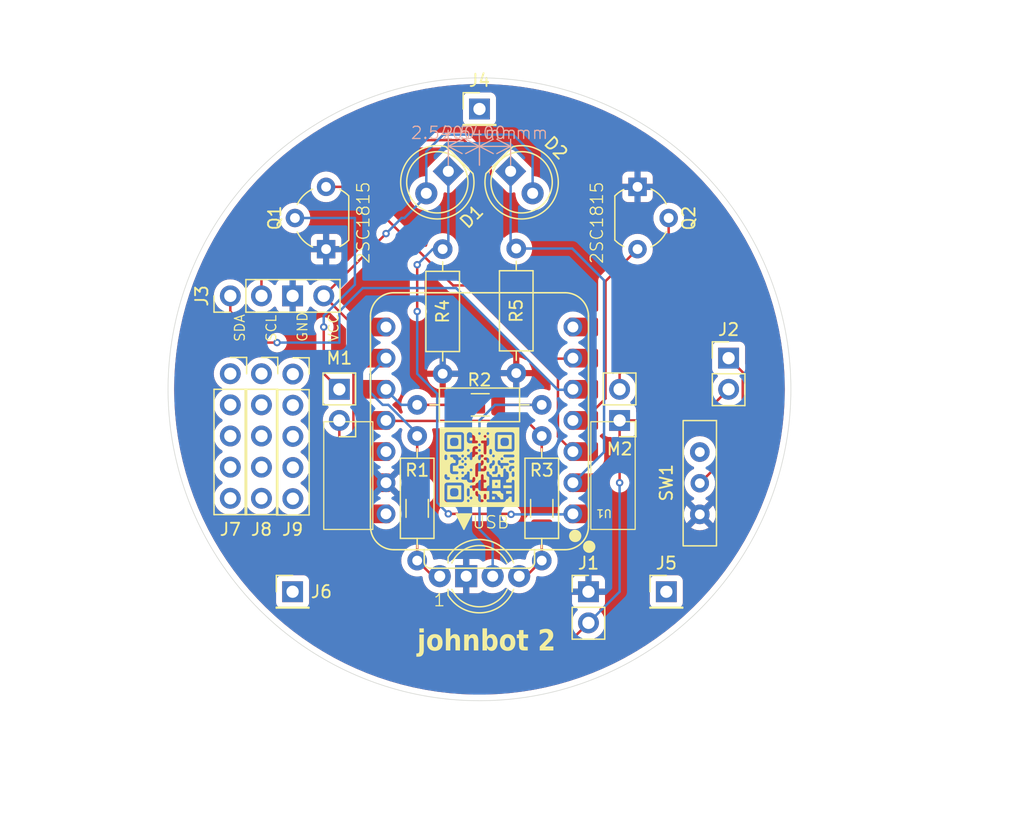
<source format=kicad_pcb>
(kicad_pcb (version 20240108) (generator "pcbnew") (generator_version "8.0")
  (layers (0 "F.Cu" signal) (31 "B.Cu" signal) (34 "B.Paste" user) (35 "F.Paste" user) (36 "B.SilkS" user "B.Silkscreen") (37 "F.SilkS" user "F.Silkscreen") (38 "B.Mask" user) (39 "F.Mask" user) (44 "Edge.Cuts" user))
  (net 0 "")
  (net 1 "Net-(Q1-B)")
  (net 2 "Net-(M1--)")
  (net 3 "GND")
  (net 4 "Net-(Q2-B)")
  (net 5 "Net-(M2--)")
  (net 6 "Net-(D2-K)")
  (net 7 "Net-(J2-Pin_1)")
  (net 9 "Net-(D1-A)")
  (net 10 "Net-(D1-K)")
  (net 11 "Net-(D4-RA)")
  (net 12 "Net-(D4-GA)")
  (net 13 "Net-(D4-BA)")
  (net 14 "+3.3V")
  (net 17 "Net-(J3-Pin_2)")
  (net 18 "Net-(J3-Pin_1)")
  (net 28 "Net-(U1-GPIO20{slash}D9{slash}MISO)")
  (net 29 "Net-(U1-GPIO19{slash}D8{slash}SCK)")
  (net 41 "Net-(U1-GPIO18{slash}D10{slash}MOSI)")
  (footprint "Connector_PinHeader_2.54mm:PinHeader_1x04_P2.54mm_Vertical" (layer "F.Cu") (at 124.2695 96.48 90)
    (property "Reference" "J3" (at 0 -2.33 -90) (layer "F.SilkS"))
    (property "Value" "Conn_01x04_Pin" (hide yes))
    (pad "1" thru_hole circle (at 0 0 90) (size 1.7 1.7) (drill 1) (layers "*.Cu" "*.Mask") (net 18 "Net-(J3-Pin_1)"))
    (pad "2" thru_hole oval (at 0 2.54 90) (size 1.7 1.7) (drill 1) (layers "*.Cu" "*.Mask") (net 17 "Net-(J3-Pin_2)"))
    (pad "3" thru_hole rect (at 0 5.08 90) (size 1.7 1.7) (drill 1) (layers "*.Cu" "*.Mask") (net 3 "GND"))
    (pad "4" thru_hole oval (at 0 7.62 90) (size 1.7 1.7) (drill 1) (layers "*.Cu" "*.Mask") (net 9 "Net-(D1-A)"))
  )
  (footprint "Connector_PinHeader_2.54mm:PinHeader_1x01_P2.54mm_Vertical" (layer "F.Cu") (at 144.5895 81.24)
    (property "Reference" "J4" (at 0 -2.33 0) (layer "F.SilkS"))
    (property "Value" "Conn_01x01_Pin" (hide yes))
    (pad "1" thru_hole rect (at 0 0) (size 1.7 1.7) (drill 1) (layers "*.Cu" "*.Mask"))
  )
  (footprint "LED_THT:LED_D5.0mm-4_RGB_Wide_Pins" (layer "F.Cu") (at 141.3495 119.34)
    (property "Reference" "D4" (hide yes))
    (property "Value" "LED_RGBK" (hide yes))
    (pad "1" thru_hole circle (at 0 0) (size 1.8 1.8) (drill 0.9) (layers "*.Cu" "*.Mask") (net 11 "Net-(D4-RA)"))
    (pad "2" thru_hole circle (at 6.477 0) (size 1.8 1.8) (drill 0.9) (layers "*.Cu" "*.Mask") (net 12 "Net-(D4-GA)"))
    (pad "3" thru_hole circle (at 4.318 0) (size 1.8 1.8) (drill 0.9) (layers "*.Cu" "*.Mask") (net 13 "Net-(D4-BA)"))
    (pad "4" thru_hole rect (at 2.159 0) (size 1.8 1.8) (drill 0.9) (layers "*.Cu" "*.Mask") (net 3 "GND"))
  )
  (footprint "Connector_PinSocket_2.54mm:PinSocket_1x05_P2.54mm_Vertical" (layer "F.Cu") (at 124.2695 102.83)
    (property "Reference" "J8" (at 2.54 12.7 0) (layer "F.SilkS"))
    (property "Value" "Conn_01x05_Pin")
    (pad "1" thru_hole circle (at 0 0) (size 1.7 1.7) (drill 1) (layers "*.Cu" "*.Mask"))
    (pad "2" thru_hole oval (at 0 2.54) (size 1.7 1.7) (drill 1) (layers "*.Cu" "*.Mask"))
    (pad "3" thru_hole oval (at 0 5.08) (size 1.7 1.7) (drill 1) (layers "*.Cu" "*.Mask"))
    (pad "4" thru_hole oval (at 0 7.62) (size 1.7 1.7) (drill 1) (layers "*.Cu" "*.Mask"))
    (pad "5" thru_hole oval (at 0 10.16) (size 1.7 1.7) (drill 1) (layers "*.Cu" "*.Mask"))
  )
  (footprint "Seeed Studio XIAO Series Library:XIAO-ESP32C6-DIP" (layer "F.Cu") (at 144.5445 106.64 180)
    (property "Reference" "U1" (at -10.205 -7.58 180) (layer "F.SilkS") (effects (font (size 0.635 0.635) (thickness 0.1016))))
    (property "Value" "XIAO-ESP32-C6")
    (pad "1" smd roundrect (at -8.5 -7.62) (size 2.432 1.524) (layers "F.Cu" "F.Mask") (roundrect_rratio 0.1) (net 10 "Net-(D1-K)"))
    (pad "1" thru_hole circle (at -7.665 -7.62) (size 1.524 1.524) (drill 0.889) (layers "*.Cu" "*.Mask") (net 10 "Net-(D1-K)"))
    (pad "2" smd roundrect (at -8.5 -5.08) (size 2.432 1.524) (layers "F.Cu" "F.Mask") (roundrect_rratio 0.1) (net 6 "Net-(D2-K)"))
    (pad "2" thru_hole circle (at -7.665 -5.08) (size 1.524 1.524) (drill 0.889) (layers "*.Cu" "*.Mask") (net 6 "Net-(D2-K)"))
    (pad "3" smd roundrect (at -8.5 -2.54) (size 2.432 1.524) (layers "F.Cu" "F.Mask") (roundrect_rratio 0.1) (net 1 "Net-(Q1-B)"))
    (pad "3" thru_hole circle (at -7.665 -2.54) (size 1.524 1.524) (drill 0.889) (layers "*.Cu" "*.Mask") (net 1 "Net-(Q1-B)"))
    (pad "4" smd roundrect (at -8.5 0) (size 2.432 1.524) (layers "F.Cu" "F.Mask") (roundrect_rratio 0.1) (net 4 "Net-(Q2-B)"))
    (pad "4" thru_hole circle (at -7.665 0) (size 1.524 1.524) (drill 0.889) (layers "*.Cu" "*.Mask") (net 4 "Net-(Q2-B)"))
    (pad "5" smd roundrect (at -8.5 2.54) (size 2.432 1.524) (layers "F.Cu" "F.Mask") (roundrect_rratio 0.1) (net 18 "Net-(J3-Pin_1)"))
    (pad "5" thru_hole circle (at -7.665 2.54) (size 1.524 1.524) (drill 0.889) (layers "*.Cu" "*.Mask") (net 18 "Net-(J3-Pin_1)"))
    (pad "6" smd roundrect (at -8.5 5.08) (size 2.432 1.524) (layers "F.Cu" "F.Mask") (roundrect_rratio 0.1) (net 17 "Net-(J3-Pin_2)"))
    (pad "6" thru_hole circle (at -7.665 5.08) (size 1.524 1.524) (drill 0.889) (layers "*.Cu" "*.Mask") (net 17 "Net-(J3-Pin_2)"))
    (pad "7" smd roundrect (at -8.5 7.62) (size 2.432 1.524) (layers "F.Cu" "F.Mask") (roundrect_rratio 0.1))
    (pad "7" thru_hole circle (at -7.665 7.62) (size 1.524 1.524) (drill 0.889) (layers "*.Cu" "*.Mask"))
    (pad "8" thru_hole circle (at 7.575 7.62 180) (size 1.524 1.524) (drill 0.889) (layers "*.Cu" "*.Mask"))
    (pad "8" smd roundrect (at 8.41 7.62 180) (size 2.432 1.524) (layers "F.Cu" "F.Mask") (roundrect_rratio 0.1))
    (pad "9" thru_hole circle (at 7.575 5.08 180) (size 1.524 1.524) (drill 0.889) (layers "*.Cu" "*.Mask") (net 29 "Net-(U1-GPIO19{slash}D8{slash}SCK)"))
    (pad "9" smd roundrect (at 8.41 5.08 180) (size 2.432 1.524) (layers "F.Cu" "F.Mask") (roundrect_rratio 0.1) (net 29 "Net-(U1-GPIO19{slash}D8{slash}SCK)"))
    (pad "10" thru_hole circle (at 7.575 2.54 180) (size 1.524 1.524) (drill 0.889) (layers "*.Cu" "*.Mask") (net 28 "Net-(U1-GPIO20{slash}D9{slash}MISO)"))
    (pad "10" smd roundrect (at 8.41 2.54 180) (size 2.432 1.524) (layers "F.Cu" "F.Mask") (roundrect_rratio 0.1) (net 28 "Net-(U1-GPIO20{slash}D9{slash}MISO)"))
    (pad "11" thru_hole circle (at 7.575 0 180) (size 1.524 1.524) (drill 0.889) (layers "*.Cu" "*.Mask") (net 41 "Net-(U1-GPIO18{slash}D10{slash}MOSI)"))
    (pad "11" smd roundrect (at 8.41 0 180) (size 2.432 1.524) (layers "F.Cu" "F.Mask") (roundrect_rratio 0.1) (net 41 "Net-(U1-GPIO18{slash}D10{slash}MOSI)"))
    (pad "12" thru_hole circle (at 7.575 -2.54 180) (size 1.524 1.524) (drill 0.889) (layers "*.Cu" "*.Mask") (net 9 "Net-(D1-A)"))
    (pad "12" smd roundrect (at 8.41 -2.54 180) (size 2.432 1.524) (layers "F.Cu" "F.Mask") (roundrect_rratio 0.1) (net 9 "Net-(D1-A)"))
    (pad "13" thru_hole circle (at 7.575 -5.08 180) (size 1.524 1.524) (drill 0.889) (layers "*.Cu" "*.Mask") (net 3 "GND"))
    (pad "13" smd roundrect (at 8.41 -5.08 180) (size 2.432 1.524) (layers "F.Cu" "F.Mask") (roundrect_rratio 0.1) (net 3 "GND"))
    (pad "14" thru_hole circle (at 7.575 -7.62 180) (size 1.524 1.524) (drill 0.889) (layers "*.Cu" "*.Mask"))
    (pad "14" smd roundrect (at 8.41 -7.62 180) (size 2.432 1.524) (layers "F.Cu" "F.Mask") (roundrect_rratio 0.1))
  )
  (footprint "Connector_PinHeader_2.54mm:PinHeader_1x01_P2.54mm_Vertical" (layer "F.Cu") (at 129.3495 120.61)
    (property "Reference" "J6" (at 2.3495 0 0) (layer "F.SilkS"))
    (property "Value" "Conn_01x01_Pin" (hide yes))
    (pad "1" thru_hole rect (at 0 0) (size 1.7 1.7) (drill 1) (layers "*.Cu" "*.Mask"))
  )
  (footprint "QR_silk:QR" (layer "F.Cu") (at 144.5895 110.45)
    (property "Reference" "G***" (hide yes))
    (property "Value" "LOGO" (hide yes))
  )
  (footprint "Button_Switch_THT:SW_Slide-03_Wuerth-WS-SLTV_10x2.5x6.4_P2.54mm" (layer "F.Cu") (at 162.56 111.76 -90)
    (property "Reference" "SW1" (at -0.04 2.7305 90) (layer "F.SilkS"))
    (property "Value" "SW_Wuerth_450301014042" (hide yes))
    (pad "1" thru_hole circle (at 0 0 270) (size 1.5 1.5) (drill 0.8) (layers "*.Cu" "*.Mask") (net 7 "Net-(J2-Pin_1)"))
    (pad "2" thru_hole circle (at -2.54 0 270) (size 1.6 1.6) (drill 0.8) (layers "*.Cu" "*.Mask"))
    (pad "3" thru_hole circle (at 2.54 0 270) (size 1.6 1.6) (drill 0.8) (layers "*.Cu" "*.Mask") (net 3 "GND"))
  )
  (footprint "Package_TO_SOT_THT:TO-92_Wide" (layer "F.Cu") (at 157.48 87.59 -90)
    (property "Reference" "Q2" (at 2.55 -4.19 90) (layer "F.SilkS"))
    (property "Value" "2SC1815" (hide yes))
    (pad "1" thru_hole rect (at 0 0 270) (size 1.5 1.5) (drill 0.8) (layers "*.Cu" "*.Mask") (net 3 "GND"))
    (pad "2" thru_hole circle (at 2.54 -2.54 270) (size 1.5 1.5) (drill 0.8) (layers "*.Cu" "*.Mask") (net 5 "Net-(M2--)"))
    (pad "3" thru_hole circle (at 5.08 0 270) (size 1.5 1.5) (drill 0.8) (layers "*.Cu" "*.Mask") (net 4 "Net-(Q2-B)"))
  )
  (footprint "Connector_PinHeader_2.54mm:PinHeader_1x02_P2.54mm_Vertical" (layer "F.Cu") (at 156.0195 106.64 180)
    (property "Reference" "M2" (at 0 -2.33 180) (layer "F.SilkS"))
    (property "Value" "Motor_DC" (hide yes))
    (pad "1" thru_hole rect (at 0 0 180) (size 1.7 1.7) (drill 1) (layers "*.Cu" "*.Mask") (net 14 "+3.3V"))
    (pad "2" thru_hole oval (at 0 2.54 180) (size 1.7 1.7) (drill 1) (layers "*.Cu" "*.Mask") (net 5 "Net-(M2--)"))
  )
  (footprint "LED_THT:LED_D5.0mm" (layer "F.Cu") (at 142.0495 86.32 -135)
    (property "Reference" "D1" (at 1.27 -3.96 -135) (layer "F.SilkS"))
    (property "Value" "D_Photo_Filled" (hide yes))
    (pad "1" thru_hole rect (at 0 0 225) (size 1.8 1.8) (drill 0.9) (layers "*.Cu" "*.Mask") (net 10 "Net-(D1-K)"))
    (pad "2" thru_hole circle (at 2.54 0 225) (size 1.8 1.8) (drill 0.9) (layers "*.Cu" "*.Mask") (net 9 "Net-(D1-A)"))
  )
  (footprint "Connector_PinHeader_2.54mm:PinHeader_1x02_P2.54mm_Vertical" (layer "F.Cu") (at 133.1595 106.64 180)
    (property "Reference" "M1" (at 0 5.08 180) (layer "F.SilkS"))
    (property "Value" "Motor_DC" (hide yes))
    (pad "1" thru_hole circle (at 0 0 180) (size 1.7 1.7) (drill 1) (layers "*.Cu" "*.Mask") (net 14 "+3.3V"))
    (pad "2" thru_hole rect (at 0 2.54 180) (size 1.7 1.7) (drill 1) (layers "*.Cu" "*.Mask") (net 2 "Net-(M1--)"))
  )
  (footprint "Connector_PinHeader_2.54mm:PinHeader_1x02_P2.54mm_Vertical" (layer "F.Cu") (at 164.9095 101.56)
    (property "Reference" "J2" (at 0 -2.33 0) (layer "F.SilkS"))
    (property "Value" "Conn_01x02_Pin" (hide yes))
    (pad "1" thru_hole rect (at 0 0) (size 1.7 1.7) (drill 1) (layers "*.Cu" "*.Mask") (net 7 "Net-(J2-Pin_1)"))
    (pad "2" thru_hole oval (at 0 2.54) (size 1.7 1.7) (drill 1) (layers "*.Cu" "*.Mask") (net 14 "+3.3V"))
  )
  (footprint "Resistor_THT:R_Axial_DIN0207_L6.3mm_D2.5mm_P10.16mm_Horizontal" (layer "F.Cu") (at 147.5895 92.6192 -90)
    (property "Reference" "R5" (at 5.08 0 270) (layer "F.SilkS"))
    (property "Value" "R")
    (pad "1" thru_hole circle (at 0 0 270) (size 1.6 1.6) (drill 0.8) (layers "*.Cu" "*.Mask") (net 6 "Net-(D2-K)"))
    (pad "2" thru_hole oval (at 10.16 0 270) (size 1.6 1.6) (drill 0.8) (layers "*.Cu" "*.Mask") (net 3 "GND"))
  )
  (footprint "Connector_PinSocket_2.54mm:PinSocket_1x05_P2.54mm_Vertical" (layer "F.Cu") (at 129.3695 102.86)
    (property "Reference" "J7" (at -5.1 12.67 0) (layer "F.SilkS"))
    (property "Value" "Conn_01x05_Pin")
    (pad "1" thru_hole circle (at 0 0) (size 1.7 1.7) (drill 1) (layers "*.Cu" "*.Mask"))
    (pad "2" thru_hole oval (at 0 2.54) (size 1.7 1.7) (drill 1) (layers "*.Cu" "*.Mask"))
    (pad "3" thru_hole oval (at 0 5.08) (size 1.7 1.7) (drill 1) (layers "*.Cu" "*.Mask"))
    (pad "4" thru_hole oval (at 0 7.62) (size 1.7 1.7) (drill 1) (layers "*.Cu" "*.Mask"))
    (pad "5" thru_hole oval (at 0 10.16) (size 1.7 1.7) (drill 1) (layers "*.Cu" "*.Mask"))
  )
  (footprint "Resistor_THT:R_Axial_DIN0207_L6.3mm_D2.5mm_P10.16mm_Horizontal" (layer "F.Cu") (at 141.5895 92.67 -90)
    (property "Reference" "R4" (at 5.08 0 270) (layer "F.SilkS"))
    (property "Value" "R")
    (pad "1" thru_hole circle (at 0 0 270) (size 1.6 1.6) (drill 0.8) (layers "*.Cu" "*.Mask") (net 10 "Net-(D1-K)"))
    (pad "2" thru_hole oval (at 10.16 0 270) (size 1.6 1.6) (drill 0.8) (layers "*.Cu" "*.Mask") (net 3 "GND"))
  )
  (footprint "Package_TO_SOT_THT:TO-92_Wide" (layer "F.Cu") (at 132.08 92.67 90)
    (property "Reference" "Q1" (at 2.55 -4.19 -90) (layer "F.SilkS"))
    (property "Value" "2SC1815" (hide yes))
    (pad "1" thru_hole rect (at 0 0 90) (size 1.5 1.5) (drill 0.8) (layers "*.Cu" "*.Mask") (net 3 "GND"))
    (pad "2" thru_hole circle (at 2.54 -2.54 90) (size 1.5 1.5) (drill 0.8) (layers "*.Cu" "*.Mask") (net 2 "Net-(M1--)"))
    (pad "3" thru_hole circle (at 5.08 0 90) (size 1.5 1.5) (drill 0.8) (layers "*.Cu" "*.Mask") (net 1 "Net-(Q1-B)"))
  )
  (footprint "Resistor_THT:R_Axial_DIN0207_L6.3mm_D2.5mm_P10.16mm_Horizontal" (layer "F.Cu") (at 139.5095 107.91 -90)
    (property "Reference" "R1" (at 2.794 0 0) (layer "F.SilkS"))
    (property "Value" "R")
    (pad "1" thru_hole circle (at 0 0 270) (size 1.6 1.6) (drill 0.8) (layers "*.Cu" "*.Mask") (net 29 "Net-(U1-GPIO19{slash}D8{slash}SCK)"))
    (pad "2" thru_hole oval (at 10.16 0 270) (size 1.6 1.6) (drill 0.8) (layers "*.Cu" "*.Mask") (net 11 "Net-(D4-RA)"))
  )
  (footprint "Resistor_THT:R_Axial_DIN0207_L6.3mm_D2.5mm_P10.16mm_Horizontal" (layer "F.Cu") (at 149.6695 107.91 -90)
    (property "Reference" "R2" (at -4.572 5.08 180) (layer "F.SilkS"))
    (property "Value" "R")
    (pad "1" thru_hole circle (at 0 0 270) (size 1.6 1.6) (drill 0.8) (layers "*.Cu" "*.Mask") (net 41 "Net-(U1-GPIO18{slash}D10{slash}MOSI)"))
    (pad "2" thru_hole oval (at 10.16 0 270) (size 1.6 1.6) (drill 0.8) (layers "*.Cu" "*.Mask") (net 12 "Net-(D4-GA)"))
  )
  (footprint "Resistor_THT:R_Axial_DIN0207_L6.3mm_D2.5mm_P10.16mm_Horizontal" (layer "F.Cu") (at 139.5095 105.37)
    (property "Reference" "R3" (at 10.16 5.334 360) (layer "F.SilkS"))
    (property "Value" "R")
    (pad "1" thru_hole circle (at 0 0) (size 1.6 1.6) (drill 0.8) (layers "*.Cu" "*.Mask") (net 28 "Net-(U1-GPIO20{slash}D9{slash}MISO)"))
    (pad "2" thru_hole oval (at 10.16 0) (size 1.6 1.6) (drill 0.8) (layers "*.Cu" "*.Mask") (net 13 "Net-(D4-BA)"))
  )
  (footprint "Resistor_SMD:R_1206_3216Metric" (layer "F.Cu") (at 144.651 105.37)
    (property "Reference" "R8" (hide yes))
    (property "Value" "R")
    (pad "1" smd roundrect (at -1.4625 0) (size 1.125 1.75) (layers "F.Cu" "F.Paste" "F.Mask") (roundrect_rratio 0.222222) (net 28 "Net-(U1-GPIO20{slash}D9{slash}MISO)"))
    (pad "2" smd roundrect (at 1.4625 0) (size 1.125 1.75) (layers "F.Cu" "F.Paste" "F.Mask") (roundrect_rratio 0.222222) (net 13 "Net-(D4-BA)"))
  )
  (footprint "LED_THT:LED_D5.0mm" (layer "F.Cu") (at 147.1295 86.32 -45)
    (property "Reference" "D2" (at 1.27 -3.96 135) (layer "F.SilkS"))
    (property "Value" "D_Photo_Filled" (hide yes))
    (pad "1" thru_hole rect (at 0 0 315) (size 1.8 1.8) (drill 0.9) (layers "*.Cu" "*.Mask") (net 6 "Net-(D2-K)"))
    (pad "2" thru_hole circle (at 2.54 0 315) (size 1.8 1.8) (drill 0.9) (layers "*.Cu" "*.Mask") (net 9 "Net-(D1-A)"))
  )
  (footprint "Connector_PinHeader_2.54mm:PinHeader_1x02_P2.54mm_Vertical" (layer "F.Cu") (at 153.4795 120.61)
    (property "Reference" "J1" (at 0 -2.33 0) (layer "F.SilkS"))
    (property "Value" "Conn_01x02_Pin" (hide yes))
    (pad "1" thru_hole rect (at 0 0) (size 1.7 1.7) (drill 1) (layers "*.Cu" "*.Mask") (net 3 "GND"))
    (pad "2" thru_hole oval (at 0 2.54) (size 1.7 1.7) (drill 1) (layers "*.Cu" "*.Mask") (net 14 "+3.3V"))
  )
  (footprint "Connector_PinHeader_2.54mm:PinHeader_1x01_P2.54mm_Vertical" (layer "F.Cu") (at 159.8295 120.61)
    (property "Reference" "J5" (at 0 -2.33 0) (layer "F.SilkS"))
    (property "Value" "Conn_01x01_Pin" (hide yes))
    (pad "1" thru_hole rect (at 0 0) (size 1.7 1.7) (drill 1) (layers "*.Cu" "*.Mask"))
  )
  (footprint "Resistor_SMD:R_1206_3216Metric" (layer "F.Cu") (at 139.5095 113.8135 -90)
    (property "Reference" "R6" (hide yes))
    (property "Value" "R")
    (pad "1" smd roundrect (at -1.4625 0 270) (size 1.125 1.75) (layers "F.Cu" "F.Paste" "F.Mask") (roundrect_rratio 0.222222) (net 29 "Net-(U1-GPIO19{slash}D8{slash}SCK)"))
    (pad "2" smd roundrect (at 1.4625 0 270) (size 1.125 1.75) (layers "F.Cu" "F.Paste" "F.Mask") (roundrect_rratio 0.222222) (net 11 "Net-(D4-RA)"))
  )
  (footprint "Resistor_SMD:R_1206_3216Metric" (layer "F.Cu") (at 149.6695 113.8135 -90)
    (property "Reference" "R7" (hide yes))
    (property "Value" "R")
    (pad "1" smd roundrect (at -1.4625 0 270) (size 1.125 1.75) (layers "F.Cu" "F.Paste" "F.Mask") (roundrect_rratio 0.222222) (net 41 "Net-(U1-GPIO18{slash}D10{slash}MOSI)"))
    (pad "2" smd roundrect (at 1.4625 0 270) (size 1.125 1.75) (layers "F.Cu" "F.Paste" "F.Mask") (roundrect_rratio 0.222222) (net 12 "Net-(D4-GA)"))
  )
  (footprint "Connector_PinSocket_2.54mm:PinSocket_1x05_P2.54mm_Vertical" (layer "F.Cu") (at 126.8095 102.83)
    (property "Reference" "J9" (at 2.54 12.7 0) (layer "F.SilkS"))
    (property "Value" "Conn_01x05_Pin")
    (pad "1" thru_hole circle (at 0 0) (size 1.7 1.7) (drill 1) (layers "*.Cu" "*.Mask"))
    (pad "2" thru_hole oval (at 0 2.54) (size 1.7 1.7) (drill 1) (layers "*.Cu" "*.Mask"))
    (pad "3" thru_hole oval (at 0 5.08) (size 1.7 1.7) (drill 1) (layers "*.Cu" "*.Mask"))
    (pad "4" thru_hole oval (at 0 7.62) (size 1.7 1.7) (drill 1) (layers "*.Cu" "*.Mask"))
    (pad "5" thru_hole oval (at 0 10.16) (size 1.7 1.7) (drill 1) (layers "*.Cu" "*.Mask"))
  )
  (gr_poly (pts (xy 142.6845 114.26) (xy 143.3195 115.53) (xy 143.9545 114.26)) (stroke (width 0.1)) (fill solid) (layer "F.SilkS"))
  (gr_rect (start 153.67 106.7435) (end 157.2895 115.53) (stroke (width 0.1)) (fill none) (layer "F.SilkS"))
  (gr_rect (start 131.8895 106.7435) (end 135.89 115.53) (stroke (width 0.1)) (fill none) (layer "F.SilkS"))
  (gr_circle (center 144.5895 104.1) (end 169.9895 104.1) (stroke (width 0.05)) (fill none) (layer "Edge.Cuts"))
  (gr_text "johnbot 2" (at 139.5095 125.69 0) (layer "F.SilkS") (effects (font (size 1.7 1.5) (thickness 0.2) (bold yes)) (justify left bottom)))
  (gr_text "VCC\n" (at 133.1595 100.29 90) (layer "F.SilkS") (effects (font (size 0.8 0.8) (thickness 0.1)) (justify left bottom)))
  (gr_text "2SC1815" (at 135.6995 93.94 90) (layer "F.SilkS") (effects (font (size 1 1) (thickness 0.1)) (justify left bottom)))
  (gr_text "SDA" (at 125.5095 100.29 90) (layer "F.SilkS") (effects (font (size 0.8 0.8) (thickness 0.1)) (justify left bottom)))
  (gr_text "GND" (at 130.6195 100.29 90) (layer "F.SilkS") (effects (font (size 0.8 0.8) (thickness 0.1)) (justify left bottom)))
  (gr_text "2SC1815" (at 154.7495 93.94 90) (layer "F.SilkS") (effects (font (size 1 1) (thickness 0.1)) (justify left bottom)))
  (gr_text "SCL" (at 128.0795 100.29 90) (layer "F.SilkS") (effects (font (size 0.8 0.8) (thickness 0.1)) (justify left bottom)))
  (gr_text "1" (at 140.7795 121.88 0) (layer "F.SilkS") (effects (font (size 1 1) (thickness 0.1)) (justify left bottom)))
  (gr_text "USB" (at 143.9545 115.53 0) (layer "F.SilkS") (effects (font (size 1 1) (thickness 0.1)) (justify left bottom)))
  (dimension (type aligned) (layer "B.SilkS") (pts (xy 147.1295 86.32) (xy 144.5895 86.32)) (height 2.032) (gr_text "2.5400 mm" (at 145.8595 83.188 0) (layer "B.SilkS") (effects (font (size 1 1) (thickness 0.1)))) (format (prefix "") (suffix "") (units 3) (units_format 1) (precision 4)) (style (thickness 0.1) (arrow_length 1.27) (text_position_mode 0) (extension_height 0.58642) (extension_offset 0.5) keep_text_aligned))
  (dimension (type aligned) (layer "B.SilkS") (pts (xy 142.0495 86.32) (xy 144.5895 86.32)) (height -2.032) (gr_text "2.5400 mm" (at 143.3195 83.188 0) (layer "B.SilkS") (effects (font (size 1 1) (thickness 0.1)))) (format (prefix "") (suffix "") (units 3) (units_format 1) (precision 4)) (style (thickness 0.1) (arrow_length 1.27) (text_position_mode 0) (extension_height 0.58642) (extension_offset 0.5) keep_text_aligned))
  (segment (start 134.4295 87.59) (end 132.08 87.59) (width 0.2) (layer "F.Cu") (net 1))
  (segment (start 150.9895 103.18) (end 143.4395 95.63) (width 0.2) (layer "F.Cu") (net 1))
  (segment (start 142.4395 95.63) (end 134.4295 87.62) (width 0.2) (layer "F.Cu") (net 1))
  (segment (start 143.4395 95.63) (end 142.4395 95.63) (width 0.2) (layer "F.Cu") (net 1))
  (segment (start 150.9895 107.96) (end 150.9895 103.18) (width 0.2) (layer "F.Cu") (net 1))
  (segment (start 152.2095 109.18) (end 150.9895 107.96) (width 0.2) (layer "F.Cu") (net 1))
  (segment (start 134.4295 87.62) (end 134.4295 87.59) (width 0.2) (layer "F.Cu") (net 1))
  (segment (start 133.1595 104.1) (end 131.8895 102.83) (width 0.2) (layer "F.Cu") (net 2))
  (segment (start 131.8895 102.83) (end 131.8895 99.02) (width 0.2) (layer "F.Cu") (net 2))
  (via (at 131.8895 99.02) (size 0.6) (drill 0.3) (layers "F.Cu" "B.Cu") (net 2))
  (segment (start 131.8895 98.106346) (end 131.8895 99.02) (width 0.2) (layer "B.Cu") (net 2))
  (segment (start 134.4295 90.13) (end 134.4295 95.566346) (width 0.2) (layer "B.Cu") (net 2))
  (segment (start 129.54 90.13) (end 134.4295 90.13) (width 0.2) (layer "B.Cu") (net 2))
  (segment (start 134.4295 95.566346) (end 131.8895 98.106346) (width 0.2) (layer "B.Cu") (net 2))
  (segment (start 154.8695 104.855) (end 153.0445 106.68) (width 0.2) (layer "F.Cu") (net 4))
  (segment (start 154.8695 95.2805) (end 154.8695 104.855) (width 0.2) (layer "F.Cu") (net 4))
  (segment (start 157.48 92.67) (end 154.8695 95.2805) (width 0.2) (layer "F.Cu") (net 4))
  (segment (start 156.0195 102.83) (end 160.02 98.8295) (width 0.2) (layer "F.Cu") (net 5))
  (segment (start 156.0195 104.1) (end 156.0195 102.83) (width 0.2) (layer "F.Cu") (net 5))
  (segment (start 160.02 98.8295) (end 160.02 90.13) (width 0.2) (layer "F.Cu") (net 5))
  (segment (start 153.0445 111.76) (end 152.2095 111.76) (width 0.2) (layer "F.Cu") (net 6))
  (segment (start 147.1295 86.32) (end 147.1295 92.1592) (width 0.2) (layer "B.Cu") (net 6))
  (segment (start 147.5895 92.6192) (end 152.1587 92.6192) (width 0.2) (layer "B.Cu") (net 6))
  (segment (start 154.7495 95.21) (end 154.7495 109.22) (width 0.2) (layer "B.Cu") (net 6))
  (segment (start 147.1295 92.1592) (end 147.5895 92.6192) (width 0.2) (layer "B.Cu") (net 6))
  (segment (start 152.1587 92.6192) (end 154.7495 95.21) (width 0.2) (layer "B.Cu") (net 6))
  (segment (start 154.7495 109.22) (end 152.2095 111.76) (width 0.2) (layer "B.Cu") (net 6))
  (segment (start 166.0595 108.2605) (end 162.56 111.76) (width 0.2) (layer "F.Cu") (net 7))
  (segment (start 164.9095 101.56) (end 166.0595 102.71) (width 0.2) (layer "F.Cu") (net 7))
  (segment (start 166.0595 102.71) (end 166.0595 108.2605) (width 0.2) (layer "F.Cu") (net 7))
  (segment (start 134.3095 98.9) (end 131.8895 96.48) (width 0.2) (layer "F.Cu") (net 9))
  (segment (start 131.8895 96.48) (end 136.9695 91.4) (width 0.2) (layer "F.Cu") (net 9))
  (segment (start 134.3095 107.63763) (end 134.3095 98.9) (width 0.2) (layer "F.Cu") (net 9))
  (segment (start 135.89187 109.22) (end 134.3095 107.63763) (width 0.2) (layer "F.Cu") (net 9))
  (segment (start 136.9695 109.22) (end 135.89187 109.22) (width 0.2) (layer "F.Cu") (net 9))
  (via (at 136.9695 91.4) (size 0.6) (drill 0.3) (layers "F.Cu" "B.Cu") (net 9))
  (segment (start 141.7395 83.33) (end 141.6895 83.28) (width 0.2) (layer "B.Cu") (net 9))
  (segment (start 147.3395 83.33) (end 141.7395 83.33) (width 0.2) (layer "B.Cu") (net 9))
  (segment (start 141.6895 83.28) (end 140.253449 84.716051) (width 0.2) (layer "B.Cu") (net 9))
  (segment (start 148.9895 84.98) (end 147.3395 83.33) (width 0.2) (layer "B.Cu") (net 9))
  (segment (start 138.47 90.13) (end 140.443949 88.156051) (width 0.2) (layer "B.Cu") (net 9))
  (segment (start 140.253449 84.716051) (end 140.253449 88.116051) (width 0.2) (layer "B.Cu") (net 9))
  (segment (start 148.925551 88.116051) (end 148.925551 85.043949) (width 0.2) (layer "B.Cu") (net 9))
  (segment (start 136.9695 91.4) (end 138.2395 90.13) (width 0.2) (layer "B.Cu") (net 9))
  (segment (start 148.925551 85.043949) (end 148.9895 84.98) (width 0.2) (layer "B.Cu") (net 9))
  (segment (start 138.2395 90.13) (end 138.47 90.13) (width 0.2) (layer "B.Cu") (net 9))
  (segment (start 147.1295 114.26) (end 142.0495 114.26) (width 0.2) (layer "F.Cu") (net 10))
  (segment (start 139.5095 97.75) (end 139.5095 95.21) (width 0.2) (layer "F.Cu") (net 10))
  (segment (start 147.1695 114.3) (end 147.1295 114.26) (width 0.2) (layer "F.Cu") (net 10))
  (segment (start 139.5095 95.21) (end 139.5095 93.94) (width 0.2) (layer "F.Cu") (net 10))
  (via (at 142.0495 114.26) (size 0.6) (drill 0.3) (layers "F.Cu" "B.Cu") (net 10))
  (via (at 139.5095 97.75) (size 0.6) (drill 0.3) (layers "F.Cu" "B.Cu") (net 10))
  (via (at 147.1695 114.3) (size 0.6) (drill 0.3) (layers "F.Cu" "B.Cu") (net 10))
  (via (at 139.5095 93.94) (size 0.6) (drill 0.3) (layers "F.Cu" "B.Cu") (net 10))
  (segment (start 141.14 113.3505) (end 141.14 104.4605) (width 0.2) (layer "B.Cu") (net 10))
  (segment (start 147.1295 114.26) (end 147.1695 114.3) (width 0.2) (layer "B.Cu") (net 10))
  (segment (start 142.0495 114.26) (end 141.14 113.3505) (width 0.2) (layer "B.Cu") (net 10))
  (segment (start 142.0495 92.21) (end 141.5895 92.67) (width 0.2) (layer "B.Cu") (net 10))
  (segment (start 152.2095 114.3) (end 147.1695 114.3) (width 0.2) (layer "B.Cu") (net 10))
  (segment (start 139.5095 102.83) (end 139.5095 97.75) (width 0.2) (layer "B.Cu") (net 10))
  (segment (start 141.5895 92.67) (end 140.7795 92.67) (width 0.2) (layer "B.Cu") (net 10))
  (segment (start 140.7795 92.67) (end 139.5095 93.94) (width 0.2) (layer "B.Cu") (net 10))
  (segment (start 141.14 104.4605) (end 139.5095 102.83) (width 0.2) (layer "B.Cu") (net 10))
  (segment (start 142.0495 86.32) (end 142.0495 92.21) (width 0.2) (layer "B.Cu") (net 10))
  (segment (start 139.5095 118.07) (end 140.7795 119.34) (width 0.2) (layer "F.Cu") (net 11))
  (segment (start 140.041 118.07) (end 139.5095 118.07) (width 0.2) (layer "F.Cu") (net 11))
  (segment (start 139.5095 115.276) (end 139.5095 118.07) (width 0.2) (layer "F.Cu") (net 11))
  (segment (start 140.7795 119.34) (end 141.3495 119.34) (width 0.2) (layer "F.Cu") (net 11))
  (segment (start 148.3995 119.34) (end 147.8265 119.34) (width 0.2) (layer "F.Cu") (net 12))
  (segment (start 149.6695 118.07) (end 148.3995 119.34) (width 0.2) (layer "F.Cu") (net 12))
  (segment (start 149.6695 115.276) (end 149.6695 118.07) (width 0.2) (layer "F.Cu") (net 12))
  (segment (start 149.6695 105.37) (end 146.1135 105.37) (width 0.2) (layer "F.Cu") (net 13))
  (segment (start 145.6675 116.608) (end 144.5895 115.53) (width 0.2) (layer "B.Cu") (net 13))
  (segment (start 145.8595 105.37) (end 149.6695 105.37) (width 0.2) (layer "B.Cu") (net 13))
  (segment (start 144.5895 106.64) (end 145.8595 105.37) (width 0.2) (layer "B.Cu") (net 13))
  (segment (start 144.5895 115.53) (end 144.5895 106.64) (width 0.2) (layer "B.Cu") (net 13))
  (segment (start 145.6675 119.34) (end 145.6675 116.608) (width 0.2) (layer "B.Cu") (net 13))
  (segment (start 133.1595 106.64) (end 133.1595 106.4) (width 0.2) (layer "F.Cu") (net 14))
  (segment (start 162.3695 106.64) (end 164.9095 104.1) (width 0.2) (layer "F.Cu") (net 14))
  (segment (start 133.1595 118.07) (end 140.7795 125.69) (width 0.2) (layer "F.Cu") (net 14))
  (segment (start 150.9395 125.69) (end 153.4795 123.15) (width 0.2) (layer "F.Cu") (net 14))
  (segment (start 156.0195 106.64) (end 156.0195 111.72) (width 0.2) (layer "F.Cu") (net 14))
  (segment (start 140.7795 125.69) (end 150.9395 125.69) (width 0.2) (layer "F.Cu") (net 14))
  (segment (start 156.0195 106.64) (end 162.3695 106.64) (width 0.2) (layer "F.Cu") (net 14))
  (segment (start 133.1595 106.64) (end 133.1595 118.07) (width 0.2) (layer "F.Cu") (net 14))
  (via (at 156.0195 111.72) (size 0.6) (drill 0.3) (layers "F.Cu" "B.Cu") (net 14))
  (segment (start 156.0195 120.61) (end 156.0195 111.72) (width 0.2) (layer "B.Cu") (net 14))
  (segment (start 153.4795 123.15) (end 156.0195 120.61) (width 0.2) (layer "B.Cu") (net 14))
  (segment (start 145.513279 85.973779) (end 143.3195 83.78) (width 0.2) (layer "F.Cu") (net 17))
  (segment (start 145.513279 87.936221) (end 145.513279 85.973779) (width 0.2) (layer "F.Cu") (net 17))
  (segment (start 145.8595 93.94) (end 145.8595 88.282442) (width 0.2) (layer "F.Cu") (net 17))
  (segment (start 149.0695 97.15) (end 145.8595 93.94) (width 0.2) (layer "F.Cu") (net 17))
  (segment (start 145.8595 88.282442) (end 145.513279 87.936221) (width 0.2) (layer "F.Cu") (net 17))
  (segment (start 143.3195 83.78) (end 136.9695 83.78) (width 0.2) (layer "F.Cu") (net 17))
  (segment (start 135.6995 85.05) (end 130.6195 85.05) (width 0.2) (layer "F.Cu") (net 17))
  (segment (start 130.6195 85.05) (end 126.8095 88.86) (width 0.2) (layer "F.Cu") (net 17))
  (segment (start 149.0695 100.538529) (end 149.0695 97.15) (width 0.2) (layer "F.Cu") (net 17))
  (segment (start 150.130971 101.6) (end 149.0695 100.538529) (width 0.2) (layer "F.Cu") (net 17))
  (segment (start 152.2095 101.6) (end 150.130971 101.6) (width 0.2) (layer "F.Cu") (net 17))
  (segment (start 126.8095 88.86) (end 126.8095 96.48) (width 0.2) (layer "F.Cu") (net 17))
  (segment (start 136.9695 83.78) (end 135.6995 85.05) (width 0.2) (layer "F.Cu") (net 17))
  (segment (start 128.0795 100.29) (end 126.8095 100.29) (width 0.2) (layer "F.Cu") (net 18))
  (segment (start 126.8095 100.29) (end 124.2695 97.75) (width 0.2) (layer "F.Cu") (net 18))
  (segment (start 124.2695 97.75) (end 124.2695 96.48) (width 0.2) (layer "F.Cu") (net 18))
  (via (at 128.0795 100.29) (size 0.6) (drill 0.3) (layers "F.Cu" "B.Cu") (net 18))
  (segment (start 133.1595 97.75) (end 135.0645 95.845) (width 0.2) (layer "B.Cu") (net 18))
  (segment (start 128.0795 100.29) (end 133.1595 100.29) (width 0.2) (layer "B.Cu") (net 18))
  (segment (start 133.1595 100.29) (end 133.1595 97.75) (width 0.2) (layer "B.Cu") (net 18))
  (segment (start 142.6845 95.845) (end 150.9795 104.14) (width 0.2) (layer "B.Cu") (net 18))
  (segment (start 150.9795 104.14) (end 152.2095 104.14) (width 0.2) (layer "B.Cu") (net 18))
  (segment (start 135.0645 95.845) (end 142.6845 95.845) (width 0.2) (layer "B.Cu") (net 18))
  (segment (start 143.1885 105.37) (end 139.5095 105.37) (width 0.2) (layer "F.Cu") (net 28))
  (segment (start 139.5095 105.37) (end 138.1995 105.37) (width 0.2) (layer "B.Cu") (net 28))
  (segment (start 138.1995 105.37) (end 136.9695 104.14) (width 0.2) (layer "B.Cu") (net 28))
  (segment (start 139.5095 112.351) (end 139.5095 107.91) (width 0.2) (layer "F.Cu") (net 29))
  (segment (start 136.697605 105.37) (end 135.6995 104.371895) (width 0.2) (layer "B.Cu") (net 29))
  (segment (start 139.5095 107.91) (end 139.5095 107.718105) (width 0.2) (layer "B.Cu") (net 29))
  (segment (start 135.6995 104.371895) (end 135.6995 102.87) (width 0.2) (layer "B.Cu") (net 29))
  (segment (start 139.5095 107.718105) (end 137.161395 105.37) (width 0.2) (layer "B.Cu") (net 29))
  (segment (start 135.6995 102.87) (end 136.9695 101.6) (width 0.2) (layer "B.Cu") (net 29))
  (segment (start 137.161395 105.37) (end 136.697605 105.37) (width 0.2) (layer "B.Cu") (net 29))
  (segment (start 149.6695 112.351) (end 149.6695 107.91) (width 0.2) (layer "F.Cu") (net 41))
  (segment (start 136.9695 106.68) (end 148.4395 106.68) (width 0.2) (layer "F.Cu") (net 41))
  (segment (start 148.4395 106.68) (end 149.6695 107.91) (width 0.2) (layer "F.Cu") (net 41))
  (zone (net 3) (net_name "GND") (layers "F&B.Cu") (connect_pads (clearance 0.5)) (min_thickness 0.25) (fill yes (thermal_gap 0.5) (thermal_bridge_width 0.5))
    (polygon (pts (xy 109.0295 73.62) (xy 180.1495 72.35) (xy 178.8795 138.39) (xy 109.0295 138.39)))
  )
)
</source>
